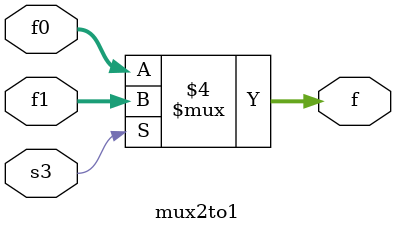
<source format=v>
module problem2_18101134( i0, i1, i2, i3, i4, i5, i6, i7, s1, s2, s3, f0,f1,f2);

input [2:0] i0, i1, i2, i3, i4, i5, i6, i7;
input s1, s2, s3;
output [2:0] f0,f1,f2;

mux4to1 mux1 ( i0, i1, i2, i3, s1, s2, f0);
mux4to1 mux2 ( i4, i5, i6, i7, s1, s2, f1);
mux2to1 mux3 ( f0, f1, s3, f2);

endmodule


module mux4to1(in1, in2, in3, in4, s1, s2, f);
input [2:0]in1, in2, in3, in4;
input s1, s2;
output reg[2:0] f;

always @(in1, in2, in3, in4, s1, s2)
  begin
    if (s1==0 && s2==0)
        f=in1;
    else if (s1==0 && s2==1)
        f=in2;
    else if (s1==1 && s2==0)
        f=in3;
    else
        f=in4;
    end 
endmodule

module mux2to1(f0, f1, s3, f);

input [2:0] f0, f1;
input s3;
output  reg [2:0] f;

always @(f0, f1, s3)
	begin
		if(s3 == 0)
			f = f0;
		else    
			f = f1;
    end

endmodule
</source>
